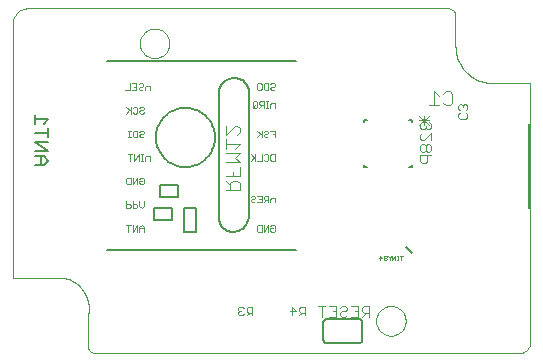
<source format=gbo>
G75*
%MOIN*%
%OFA0B0*%
%FSLAX24Y24*%
%IPPOS*%
%LPD*%
%AMOC8*
5,1,8,0,0,1.08239X$1,22.5*
%
%ADD10C,0.0000*%
%ADD11C,0.0030*%
%ADD12C,0.0050*%
%ADD13C,0.0040*%
%ADD14C,0.0060*%
%ADD15C,0.0080*%
%ADD16C,0.0010*%
%ADD17C,0.0020*%
D10*
X002650Y000550D02*
X002650Y001550D01*
X002663Y001611D01*
X002673Y001672D01*
X002679Y001734D01*
X002681Y001797D01*
X002679Y001859D01*
X002674Y001921D01*
X002665Y001982D01*
X002652Y002043D01*
X002635Y002103D01*
X002615Y002162D01*
X002592Y002220D01*
X002564Y002276D01*
X002534Y002330D01*
X002500Y002383D01*
X002464Y002433D01*
X002424Y002481D01*
X002381Y002527D01*
X002336Y002569D01*
X002289Y002609D01*
X002238Y002647D01*
X002186Y002681D01*
X002132Y002711D01*
X002076Y002739D01*
X002019Y002763D01*
X001960Y002783D01*
X001900Y002800D01*
X000150Y002800D01*
X000150Y011406D01*
X000150Y011300D02*
X000152Y011344D01*
X000158Y011387D01*
X000167Y011429D01*
X000180Y011471D01*
X000197Y011511D01*
X000217Y011550D01*
X000240Y011587D01*
X000267Y011621D01*
X000296Y011654D01*
X000329Y011683D01*
X000363Y011710D01*
X000400Y011733D01*
X000439Y011753D01*
X000479Y011770D01*
X000521Y011783D01*
X000563Y011792D01*
X000606Y011798D01*
X000650Y011800D01*
X014650Y011800D01*
X014680Y011798D01*
X014710Y011793D01*
X014739Y011784D01*
X014766Y011771D01*
X014792Y011756D01*
X014816Y011737D01*
X014837Y011716D01*
X014856Y011692D01*
X014871Y011666D01*
X014884Y011639D01*
X014893Y011610D01*
X014898Y011580D01*
X014900Y011550D01*
X014900Y010550D01*
X014902Y010482D01*
X014907Y010415D01*
X014916Y010348D01*
X014929Y010281D01*
X014946Y010216D01*
X014965Y010151D01*
X014989Y010087D01*
X015016Y010025D01*
X015046Y009964D01*
X015079Y009906D01*
X015115Y009849D01*
X015155Y009794D01*
X015197Y009741D01*
X015243Y009690D01*
X015290Y009643D01*
X015341Y009597D01*
X015394Y009555D01*
X015449Y009515D01*
X015506Y009479D01*
X015564Y009446D01*
X015625Y009416D01*
X015687Y009389D01*
X015751Y009365D01*
X015816Y009346D01*
X015881Y009329D01*
X015948Y009316D01*
X016015Y009307D01*
X016082Y009302D01*
X016150Y009300D01*
X017400Y009300D01*
X017400Y000694D01*
X017398Y000655D01*
X017392Y000617D01*
X017383Y000580D01*
X017370Y000543D01*
X017353Y000508D01*
X017334Y000475D01*
X017311Y000444D01*
X017285Y000415D01*
X017256Y000389D01*
X017225Y000366D01*
X017192Y000347D01*
X017157Y000330D01*
X017120Y000317D01*
X017083Y000308D01*
X017045Y000302D01*
X017006Y000300D01*
X017150Y000300D02*
X002900Y000300D01*
X002870Y000302D01*
X002840Y000307D01*
X002811Y000316D01*
X002784Y000329D01*
X002758Y000344D01*
X002734Y000363D01*
X002713Y000384D01*
X002694Y000408D01*
X002679Y000434D01*
X002666Y000461D01*
X002657Y000490D01*
X002652Y000520D01*
X002650Y000550D01*
X012256Y001383D02*
X012258Y001427D01*
X012264Y001471D01*
X012274Y001514D01*
X012287Y001556D01*
X012305Y001596D01*
X012326Y001635D01*
X012350Y001672D01*
X012377Y001707D01*
X012408Y001739D01*
X012441Y001768D01*
X012477Y001794D01*
X012515Y001816D01*
X012555Y001835D01*
X012596Y001851D01*
X012639Y001863D01*
X012682Y001871D01*
X012726Y001875D01*
X012770Y001875D01*
X012814Y001871D01*
X012857Y001863D01*
X012900Y001851D01*
X012941Y001835D01*
X012981Y001816D01*
X013019Y001794D01*
X013055Y001768D01*
X013088Y001739D01*
X013119Y001707D01*
X013146Y001672D01*
X013170Y001635D01*
X013191Y001596D01*
X013209Y001556D01*
X013222Y001514D01*
X013232Y001471D01*
X013238Y001427D01*
X013240Y001383D01*
X013238Y001339D01*
X013232Y001295D01*
X013222Y001252D01*
X013209Y001210D01*
X013191Y001170D01*
X013170Y001131D01*
X013146Y001094D01*
X013119Y001059D01*
X013088Y001027D01*
X013055Y000998D01*
X013019Y000972D01*
X012981Y000950D01*
X012941Y000931D01*
X012900Y000915D01*
X012857Y000903D01*
X012814Y000895D01*
X012770Y000891D01*
X012726Y000891D01*
X012682Y000895D01*
X012639Y000903D01*
X012596Y000915D01*
X012555Y000931D01*
X012515Y000950D01*
X012477Y000972D01*
X012441Y000998D01*
X012408Y001027D01*
X012377Y001059D01*
X012350Y001094D01*
X012326Y001131D01*
X012305Y001170D01*
X012287Y001210D01*
X012274Y001252D01*
X012264Y001295D01*
X012258Y001339D01*
X012256Y001383D01*
X004382Y010635D02*
X004384Y010679D01*
X004390Y010723D01*
X004400Y010766D01*
X004413Y010808D01*
X004431Y010848D01*
X004452Y010887D01*
X004476Y010924D01*
X004503Y010959D01*
X004534Y010991D01*
X004567Y011020D01*
X004603Y011046D01*
X004641Y011068D01*
X004681Y011087D01*
X004722Y011103D01*
X004765Y011115D01*
X004808Y011123D01*
X004852Y011127D01*
X004896Y011127D01*
X004940Y011123D01*
X004983Y011115D01*
X005026Y011103D01*
X005067Y011087D01*
X005107Y011068D01*
X005145Y011046D01*
X005181Y011020D01*
X005214Y010991D01*
X005245Y010959D01*
X005272Y010924D01*
X005296Y010887D01*
X005317Y010848D01*
X005335Y010808D01*
X005348Y010766D01*
X005358Y010723D01*
X005364Y010679D01*
X005366Y010635D01*
X005364Y010591D01*
X005358Y010547D01*
X005348Y010504D01*
X005335Y010462D01*
X005317Y010422D01*
X005296Y010383D01*
X005272Y010346D01*
X005245Y010311D01*
X005214Y010279D01*
X005181Y010250D01*
X005145Y010224D01*
X005107Y010202D01*
X005067Y010183D01*
X005026Y010167D01*
X004983Y010155D01*
X004940Y010147D01*
X004896Y010143D01*
X004852Y010143D01*
X004808Y010147D01*
X004765Y010155D01*
X004722Y010167D01*
X004681Y010183D01*
X004641Y010202D01*
X004603Y010224D01*
X004567Y010250D01*
X004534Y010279D01*
X004503Y010311D01*
X004476Y010346D01*
X004452Y010383D01*
X004431Y010422D01*
X004413Y010462D01*
X004400Y010504D01*
X004390Y010547D01*
X004384Y010591D01*
X004382Y010635D01*
D11*
X013701Y008227D02*
X014015Y007913D01*
X013858Y007913D02*
X013858Y008227D01*
X014015Y008227D02*
X013701Y007913D01*
X013701Y008070D02*
X014015Y008070D01*
X015001Y008168D02*
X015049Y008119D01*
X015242Y008119D01*
X015291Y008168D01*
X015291Y008265D01*
X015242Y008313D01*
X015242Y008414D02*
X015291Y008462D01*
X015291Y008559D01*
X015242Y008608D01*
X015194Y008608D01*
X015146Y008559D01*
X015097Y008608D01*
X015049Y008608D01*
X015001Y008559D01*
X015001Y008462D01*
X015049Y008414D01*
X015049Y008313D02*
X015001Y008265D01*
X015001Y008168D01*
X015146Y008511D02*
X015146Y008559D01*
X009885Y001855D02*
X009740Y001855D01*
X009692Y001807D01*
X009692Y001710D01*
X009740Y001662D01*
X009885Y001662D01*
X009788Y001662D02*
X009692Y001565D01*
X009590Y001710D02*
X009397Y001710D01*
X009445Y001565D02*
X009445Y001855D01*
X009590Y001710D01*
X009885Y001565D02*
X009885Y001855D01*
X008135Y001855D02*
X008135Y001565D01*
X008135Y001662D02*
X007990Y001662D01*
X007942Y001710D01*
X007942Y001807D01*
X007990Y001855D01*
X008135Y001855D01*
X007840Y001807D02*
X007792Y001855D01*
X007695Y001855D01*
X007647Y001807D01*
X007647Y001758D01*
X007695Y001710D01*
X007647Y001662D01*
X007647Y001613D01*
X007695Y001565D01*
X007792Y001565D01*
X007840Y001613D01*
X007942Y001565D02*
X008038Y001662D01*
X007744Y001710D02*
X007695Y001710D01*
D12*
X009587Y003757D02*
X003288Y003757D01*
X004863Y004741D02*
X005453Y004741D01*
X005453Y005135D01*
X004863Y005135D01*
X004863Y004741D01*
X005847Y004347D02*
X005847Y005135D01*
X006241Y005135D01*
X006241Y004347D01*
X005847Y004347D01*
X007028Y004787D02*
X007028Y009025D01*
X007030Y009066D01*
X007035Y009106D01*
X007045Y009145D01*
X007058Y009184D01*
X007074Y009221D01*
X007094Y009257D01*
X007117Y009290D01*
X007143Y009321D01*
X007172Y009350D01*
X007203Y009376D01*
X007236Y009399D01*
X007272Y009419D01*
X007309Y009435D01*
X007348Y009448D01*
X007387Y009458D01*
X007427Y009463D01*
X007468Y009465D01*
X007572Y009465D01*
X007613Y009463D01*
X007653Y009458D01*
X007692Y009448D01*
X007731Y009435D01*
X007768Y009419D01*
X007804Y009399D01*
X007837Y009376D01*
X007868Y009350D01*
X007897Y009321D01*
X007923Y009290D01*
X007946Y009257D01*
X007966Y009221D01*
X007982Y009184D01*
X007995Y009145D01*
X008005Y009106D01*
X008010Y009066D01*
X008012Y009025D01*
X008012Y004891D01*
X008010Y004846D01*
X008005Y004801D01*
X007995Y004757D01*
X007983Y004714D01*
X007966Y004672D01*
X007946Y004632D01*
X007923Y004593D01*
X007897Y004557D01*
X007868Y004523D01*
X007836Y004491D01*
X007802Y004462D01*
X007766Y004436D01*
X007727Y004413D01*
X007687Y004393D01*
X007645Y004376D01*
X007602Y004364D01*
X007558Y004354D01*
X007513Y004349D01*
X007468Y004347D01*
X007427Y004349D01*
X007387Y004354D01*
X007348Y004364D01*
X007309Y004377D01*
X007272Y004393D01*
X007236Y004413D01*
X007203Y004436D01*
X007172Y004462D01*
X007143Y004491D01*
X007117Y004522D01*
X007094Y004555D01*
X007074Y004591D01*
X007058Y004628D01*
X007045Y004667D01*
X007035Y004706D01*
X007030Y004746D01*
X007028Y004787D01*
X005650Y005528D02*
X005059Y005528D01*
X005059Y005922D01*
X005650Y005922D01*
X005650Y005528D01*
X004916Y007497D02*
X004918Y007559D01*
X004924Y007622D01*
X004934Y007683D01*
X004948Y007744D01*
X004965Y007804D01*
X004986Y007863D01*
X005012Y007920D01*
X005040Y007975D01*
X005072Y008029D01*
X005108Y008080D01*
X005146Y008130D01*
X005188Y008176D01*
X005232Y008220D01*
X005280Y008261D01*
X005329Y008299D01*
X005381Y008333D01*
X005435Y008364D01*
X005491Y008392D01*
X005549Y008416D01*
X005608Y008437D01*
X005668Y008453D01*
X005729Y008466D01*
X005791Y008475D01*
X005853Y008480D01*
X005916Y008481D01*
X005978Y008478D01*
X006040Y008471D01*
X006102Y008460D01*
X006162Y008445D01*
X006222Y008427D01*
X006280Y008405D01*
X006337Y008379D01*
X006392Y008349D01*
X006445Y008316D01*
X006496Y008280D01*
X006544Y008241D01*
X006590Y008198D01*
X006633Y008153D01*
X006673Y008105D01*
X006710Y008055D01*
X006744Y008002D01*
X006775Y007948D01*
X006801Y007892D01*
X006825Y007834D01*
X006844Y007774D01*
X006860Y007714D01*
X006872Y007652D01*
X006880Y007591D01*
X006884Y007528D01*
X006884Y007466D01*
X006880Y007403D01*
X006872Y007342D01*
X006860Y007280D01*
X006844Y007220D01*
X006825Y007160D01*
X006801Y007102D01*
X006775Y007046D01*
X006744Y006992D01*
X006710Y006939D01*
X006673Y006889D01*
X006633Y006841D01*
X006590Y006796D01*
X006544Y006753D01*
X006496Y006714D01*
X006445Y006678D01*
X006392Y006645D01*
X006337Y006615D01*
X006280Y006589D01*
X006222Y006567D01*
X006162Y006549D01*
X006102Y006534D01*
X006040Y006523D01*
X005978Y006516D01*
X005916Y006513D01*
X005853Y006514D01*
X005791Y006519D01*
X005729Y006528D01*
X005668Y006541D01*
X005608Y006557D01*
X005549Y006578D01*
X005491Y006602D01*
X005435Y006630D01*
X005381Y006661D01*
X005329Y006695D01*
X005280Y006733D01*
X005232Y006774D01*
X005188Y006818D01*
X005146Y006864D01*
X005108Y006914D01*
X005072Y006965D01*
X005040Y007019D01*
X005012Y007074D01*
X004986Y007131D01*
X004965Y007190D01*
X004948Y007250D01*
X004934Y007311D01*
X004924Y007372D01*
X004918Y007435D01*
X004916Y007497D01*
X001325Y007496D02*
X001325Y007796D01*
X001175Y007956D02*
X001325Y008106D01*
X000875Y008106D01*
X000875Y007956D02*
X000875Y008256D01*
X000875Y007646D02*
X001325Y007646D01*
X001325Y007336D02*
X000875Y007336D01*
X001325Y007035D01*
X000875Y007035D01*
X000875Y006875D02*
X001175Y006875D01*
X001325Y006725D01*
X001175Y006575D01*
X000875Y006575D01*
X001100Y006575D02*
X001100Y006875D01*
X003288Y010056D02*
X009587Y010056D01*
X017350Y007950D02*
X017350Y005150D01*
D13*
X014083Y006900D02*
X013722Y006900D01*
X013722Y006720D01*
X013782Y006660D01*
X013902Y006660D01*
X013962Y006720D01*
X013962Y006900D01*
X013962Y007028D02*
X014022Y007028D01*
X014083Y007088D01*
X014083Y007208D01*
X014022Y007268D01*
X013962Y007268D01*
X013902Y007208D01*
X013902Y007088D01*
X013962Y007028D01*
X013902Y007088D02*
X013842Y007028D01*
X013782Y007028D01*
X013722Y007088D01*
X013722Y007208D01*
X013782Y007268D01*
X013842Y007268D01*
X013902Y007208D01*
X013842Y007396D02*
X013782Y007396D01*
X013722Y007457D01*
X013722Y007577D01*
X013782Y007637D01*
X013782Y007765D02*
X013842Y007765D01*
X013902Y007825D01*
X013962Y007765D01*
X014022Y007765D01*
X014083Y007825D01*
X014083Y007945D01*
X014022Y008005D01*
X013902Y007885D02*
X013902Y007825D01*
X013782Y007765D02*
X013722Y007825D01*
X013722Y007945D01*
X013782Y008005D01*
X014083Y007637D02*
X013842Y007396D01*
X014083Y007396D02*
X014083Y007637D01*
X014033Y008570D02*
X014340Y008570D01*
X014187Y008570D02*
X014187Y009030D01*
X014340Y008877D01*
X014494Y008954D02*
X014571Y009030D01*
X014724Y009030D01*
X014801Y008954D01*
X014801Y008647D01*
X014724Y008570D01*
X014571Y008570D01*
X014494Y008647D01*
X007705Y007817D02*
X007705Y007663D01*
X007628Y007587D01*
X007705Y007817D02*
X007628Y007894D01*
X007552Y007894D01*
X007245Y007587D01*
X007245Y007894D01*
X007245Y007433D02*
X007245Y007126D01*
X007245Y006973D02*
X007705Y006973D01*
X007552Y006819D01*
X007705Y006666D01*
X007245Y006666D01*
X007475Y006359D02*
X007475Y006206D01*
X007475Y006052D02*
X007398Y005975D01*
X007398Y005745D01*
X007245Y005745D02*
X007705Y005745D01*
X007705Y005975D01*
X007628Y006052D01*
X007475Y006052D01*
X007398Y005899D02*
X007245Y006052D01*
X007245Y006206D02*
X007705Y006206D01*
X007705Y006513D01*
X007552Y007126D02*
X007705Y007280D01*
X007245Y007280D01*
X010317Y001880D02*
X010557Y001880D01*
X010437Y001880D02*
X010437Y001520D01*
X010685Y001520D02*
X010925Y001520D01*
X010925Y001880D01*
X010685Y001880D01*
X010805Y001700D02*
X010925Y001700D01*
X011053Y001640D02*
X011053Y001580D01*
X011113Y001520D01*
X011233Y001520D01*
X011293Y001580D01*
X011233Y001700D02*
X011113Y001700D01*
X011053Y001640D01*
X011233Y001700D02*
X011293Y001760D01*
X011293Y001820D01*
X011233Y001880D01*
X011113Y001880D01*
X011053Y001820D01*
X011421Y001880D02*
X011662Y001880D01*
X011662Y001520D01*
X011421Y001520D01*
X011542Y001700D02*
X011662Y001700D01*
X011790Y001700D02*
X011850Y001640D01*
X012030Y001640D01*
X012030Y001520D02*
X012030Y001880D01*
X011850Y001880D01*
X011790Y001820D01*
X011790Y001700D01*
X011910Y001640D02*
X011790Y001520D01*
D14*
X011700Y001450D02*
X010600Y001450D01*
X010583Y001448D01*
X010566Y001444D01*
X010550Y001437D01*
X010536Y001427D01*
X010523Y001414D01*
X010513Y001400D01*
X010506Y001384D01*
X010502Y001367D01*
X010500Y001350D01*
X010500Y000750D01*
X010502Y000733D01*
X010506Y000716D01*
X010513Y000700D01*
X010523Y000686D01*
X010536Y000673D01*
X010550Y000663D01*
X010566Y000656D01*
X010583Y000652D01*
X010600Y000650D01*
X011700Y000650D01*
X011717Y000652D01*
X011734Y000656D01*
X011750Y000663D01*
X011764Y000673D01*
X011777Y000686D01*
X011787Y000700D01*
X011794Y000716D01*
X011798Y000733D01*
X011800Y000750D01*
X011800Y001350D01*
X011798Y001367D01*
X011794Y001384D01*
X011787Y001400D01*
X011777Y001414D01*
X011764Y001427D01*
X011750Y001437D01*
X011734Y001444D01*
X011717Y001448D01*
X011700Y001450D01*
X011860Y006510D02*
X011860Y006590D01*
X011860Y006510D02*
X011940Y006510D01*
X013360Y006510D02*
X013440Y006510D01*
X013440Y006590D01*
X013440Y008010D02*
X013440Y008090D01*
X013360Y008090D01*
X011940Y008090D02*
X011860Y008090D01*
X011860Y008010D01*
D15*
X013241Y003837D02*
X013437Y003641D01*
D16*
X013145Y003555D02*
X013045Y003555D01*
X012998Y003555D02*
X012948Y003555D01*
X012973Y003555D02*
X012973Y003405D01*
X012998Y003405D02*
X012948Y003405D01*
X012899Y003405D02*
X012899Y003555D01*
X012799Y003405D01*
X012799Y003555D01*
X012752Y003555D02*
X012752Y003530D01*
X012702Y003480D01*
X012702Y003405D01*
X012702Y003480D02*
X012652Y003530D01*
X012652Y003555D01*
X012605Y003530D02*
X012605Y003505D01*
X012580Y003480D01*
X012530Y003480D01*
X012505Y003455D01*
X012505Y003430D01*
X012530Y003405D01*
X012580Y003405D01*
X012605Y003430D01*
X012605Y003455D01*
X012580Y003480D01*
X012530Y003480D02*
X012505Y003505D01*
X012505Y003530D01*
X012530Y003555D01*
X012580Y003555D01*
X012605Y003530D01*
X012457Y003480D02*
X012357Y003480D01*
X012382Y003405D02*
X012382Y003555D01*
X012457Y003480D01*
X013095Y003405D02*
X013095Y003555D01*
D17*
X008880Y004394D02*
X008843Y004357D01*
X008770Y004357D01*
X008733Y004394D01*
X008733Y004467D01*
X008807Y004467D01*
X008880Y004541D02*
X008880Y004394D01*
X008880Y004541D02*
X008843Y004577D01*
X008770Y004577D01*
X008733Y004541D01*
X008659Y004577D02*
X008512Y004357D01*
X008512Y004577D01*
X008438Y004577D02*
X008328Y004577D01*
X008291Y004541D01*
X008291Y004394D01*
X008328Y004357D01*
X008438Y004357D01*
X008438Y004577D01*
X008659Y004577D02*
X008659Y004357D01*
X008659Y005341D02*
X008659Y005562D01*
X008549Y005562D01*
X008512Y005525D01*
X008512Y005452D01*
X008549Y005415D01*
X008659Y005415D01*
X008586Y005415D02*
X008512Y005341D01*
X008438Y005341D02*
X008291Y005341D01*
X008217Y005378D02*
X008180Y005341D01*
X008107Y005341D01*
X008070Y005378D01*
X008070Y005415D01*
X008107Y005452D01*
X008180Y005452D01*
X008217Y005488D01*
X008217Y005525D01*
X008180Y005562D01*
X008107Y005562D01*
X008070Y005525D01*
X008291Y005562D02*
X008438Y005562D01*
X008438Y005341D01*
X008438Y005452D02*
X008365Y005452D01*
X008733Y005452D02*
X008733Y005341D01*
X008733Y005452D02*
X008770Y005488D01*
X008880Y005488D01*
X008880Y005341D01*
X008880Y006719D02*
X008770Y006719D01*
X008733Y006756D01*
X008733Y006903D01*
X008770Y006940D01*
X008880Y006940D01*
X008880Y006719D01*
X008659Y006756D02*
X008659Y006903D01*
X008622Y006940D01*
X008549Y006940D01*
X008512Y006903D01*
X008438Y006940D02*
X008438Y006719D01*
X008291Y006719D01*
X008217Y006719D02*
X008217Y006940D01*
X008180Y006830D02*
X008070Y006719D01*
X008217Y006793D02*
X008070Y006940D01*
X008512Y006756D02*
X008549Y006719D01*
X008622Y006719D01*
X008659Y006756D01*
X008622Y007507D02*
X008659Y007544D01*
X008622Y007507D02*
X008549Y007507D01*
X008512Y007544D01*
X008512Y007580D01*
X008549Y007617D01*
X008622Y007617D01*
X008659Y007654D01*
X008659Y007690D01*
X008622Y007727D01*
X008549Y007727D01*
X008512Y007690D01*
X008438Y007727D02*
X008438Y007507D01*
X008438Y007580D02*
X008291Y007727D01*
X008401Y007617D02*
X008291Y007507D01*
X008733Y007727D02*
X008880Y007727D01*
X008880Y007507D01*
X008880Y007617D02*
X008807Y007617D01*
X008880Y008491D02*
X008880Y008638D01*
X008770Y008638D01*
X008733Y008601D01*
X008733Y008491D01*
X008659Y008491D02*
X008586Y008491D01*
X008622Y008491D02*
X008622Y008711D01*
X008586Y008711D02*
X008659Y008711D01*
X008512Y008711D02*
X008512Y008491D01*
X008512Y008564D02*
X008402Y008564D01*
X008365Y008601D01*
X008365Y008675D01*
X008402Y008711D01*
X008512Y008711D01*
X008438Y008564D02*
X008365Y008491D01*
X008291Y008528D02*
X008254Y008491D01*
X008181Y008491D01*
X008144Y008528D01*
X008144Y008675D01*
X008181Y008711D01*
X008254Y008711D01*
X008291Y008675D01*
X008291Y008528D01*
X008217Y008564D02*
X008144Y008491D01*
X008328Y009082D02*
X008291Y009118D01*
X008291Y009265D01*
X008328Y009302D01*
X008401Y009302D01*
X008438Y009265D01*
X008438Y009118D01*
X008401Y009082D01*
X008328Y009082D01*
X008512Y009118D02*
X008512Y009265D01*
X008549Y009302D01*
X008659Y009302D01*
X008659Y009082D01*
X008549Y009082D01*
X008512Y009118D01*
X008733Y009118D02*
X008770Y009082D01*
X008843Y009082D01*
X008880Y009118D01*
X008843Y009192D02*
X008770Y009192D01*
X008733Y009155D01*
X008733Y009118D01*
X008843Y009192D02*
X008880Y009228D01*
X008880Y009265D01*
X008843Y009302D01*
X008770Y009302D01*
X008733Y009265D01*
X004709Y009228D02*
X004709Y009082D01*
X004709Y009228D02*
X004599Y009228D01*
X004562Y009192D01*
X004562Y009082D01*
X004488Y009118D02*
X004451Y009082D01*
X004378Y009082D01*
X004341Y009118D01*
X004341Y009155D01*
X004378Y009192D01*
X004451Y009192D01*
X004488Y009228D01*
X004488Y009265D01*
X004451Y009302D01*
X004378Y009302D01*
X004341Y009265D01*
X004267Y009302D02*
X004267Y009082D01*
X004120Y009082D01*
X004046Y009082D02*
X003899Y009082D01*
X004046Y009082D02*
X004046Y009302D01*
X004120Y009302D02*
X004267Y009302D01*
X004267Y009192D02*
X004194Y009192D01*
X004181Y008514D02*
X004254Y008514D01*
X004291Y008478D01*
X004291Y008331D01*
X004254Y008294D01*
X004181Y008294D01*
X004144Y008331D01*
X004070Y008368D02*
X003923Y008514D01*
X004070Y008514D02*
X004070Y008294D01*
X004033Y008404D02*
X003923Y008294D01*
X004144Y008478D02*
X004181Y008514D01*
X004365Y008478D02*
X004402Y008514D01*
X004475Y008514D01*
X004512Y008478D01*
X004512Y008441D01*
X004475Y008404D01*
X004402Y008404D01*
X004365Y008368D01*
X004365Y008331D01*
X004402Y008294D01*
X004475Y008294D01*
X004512Y008331D01*
X004475Y007727D02*
X004402Y007727D01*
X004365Y007690D01*
X004402Y007617D02*
X004365Y007580D01*
X004365Y007544D01*
X004402Y007507D01*
X004475Y007507D01*
X004512Y007544D01*
X004475Y007617D02*
X004402Y007617D01*
X004475Y007617D02*
X004512Y007654D01*
X004512Y007690D01*
X004475Y007727D01*
X004291Y007727D02*
X004181Y007727D01*
X004144Y007690D01*
X004144Y007544D01*
X004181Y007507D01*
X004291Y007507D01*
X004291Y007727D01*
X004070Y007727D02*
X003997Y007727D01*
X004033Y007727D02*
X004033Y007507D01*
X003997Y007507D02*
X004070Y007507D01*
X004046Y006940D02*
X004046Y006719D01*
X004194Y006719D02*
X004194Y006940D01*
X004120Y006940D02*
X003973Y006940D01*
X004194Y006719D02*
X004341Y006940D01*
X004341Y006719D01*
X004415Y006719D02*
X004488Y006719D01*
X004451Y006719D02*
X004451Y006940D01*
X004415Y006940D02*
X004488Y006940D01*
X004562Y006830D02*
X004562Y006719D01*
X004562Y006830D02*
X004599Y006866D01*
X004709Y006866D01*
X004709Y006719D01*
X004475Y006152D02*
X004402Y006152D01*
X004365Y006116D01*
X004365Y006042D02*
X004439Y006042D01*
X004365Y006042D02*
X004365Y005969D01*
X004402Y005932D01*
X004475Y005932D01*
X004512Y005969D01*
X004512Y006116D01*
X004475Y006152D01*
X004291Y006152D02*
X004144Y005932D01*
X004144Y006152D01*
X004070Y006152D02*
X003960Y006152D01*
X003923Y006116D01*
X003923Y005969D01*
X003960Y005932D01*
X004070Y005932D01*
X004070Y006152D01*
X004291Y006152D02*
X004291Y005932D01*
X004365Y005365D02*
X004365Y005218D01*
X004439Y005145D01*
X004512Y005218D01*
X004512Y005365D01*
X004291Y005255D02*
X004254Y005291D01*
X004144Y005291D01*
X004144Y005365D02*
X004144Y005145D01*
X004254Y005145D01*
X004291Y005181D01*
X004291Y005255D01*
X004070Y005255D02*
X004033Y005291D01*
X003923Y005291D01*
X003923Y005365D02*
X003923Y005145D01*
X004033Y005145D01*
X004070Y005181D01*
X004070Y005255D01*
X004070Y004577D02*
X003923Y004577D01*
X003997Y004577D02*
X003997Y004357D01*
X004144Y004357D02*
X004144Y004577D01*
X004291Y004577D02*
X004144Y004357D01*
X004291Y004357D02*
X004291Y004577D01*
X004365Y004504D02*
X004439Y004577D01*
X004512Y004504D01*
X004512Y004357D01*
X004512Y004467D02*
X004365Y004467D01*
X004365Y004504D02*
X004365Y004357D01*
M02*

</source>
